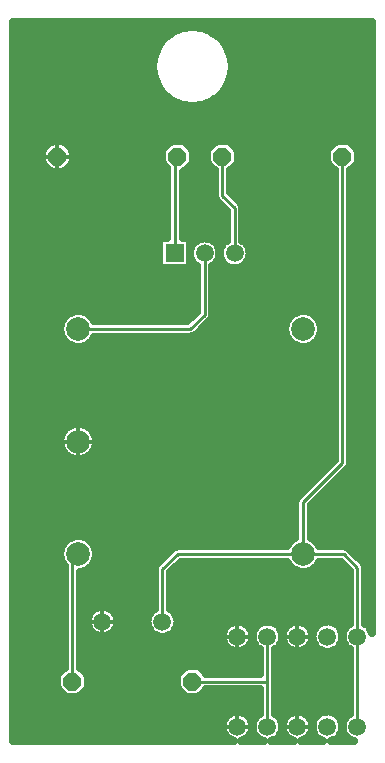
<source format=gtl>
G04 DipTrace 4.3.0.4*
G04 racal_dana_OCXO.GTL*
%MOIN*%
G04 #@! TF.FileFunction,Copper,L1,Top*
G04 #@! TF.Part,Single*
%AMOUTLINE0*
4,1,8,
0.01263,-0.030487,
-0.012628,-0.030487,
-0.030487,-0.01263,
-0.030487,0.012628,
-0.01263,0.030487,
0.012628,0.030487,
0.030487,0.01263,
0.030487,-0.012628,
0.01263,-0.030487,
0*%
G04 #@! TA.AperFunction,Conductor*
%ADD16C,0.01*%
G04 #@! TA.AperFunction,CopperBalancing*
%ADD17C,0.025*%
%ADD18C,0.013*%
G04 #@! TA.AperFunction,ComponentPad*
%ADD20C,0.059055*%
%ADD21C,0.07874*%
%ADD24R,0.059055X0.059055*%
%ADD37OUTLINE0*%
%FSLAX26Y26*%
G04*
G70*
G90*
G75*
G01*
G04 Top*
%LPD*%
X1084243Y2071097D2*
D16*
Y1866739D1*
X1036495Y1818991D1*
X662755D1*
X1184243Y2071097D2*
Y2223402D1*
X1144000Y2263646D1*
Y2393995D1*
X644000Y644000D2*
Y1050217D1*
X662773Y1068991D1*
X1294000Y794000D2*
Y644000D1*
Y494000D1*
X1044000Y644000D2*
X1294000D1*
X984243Y2071097D2*
X986303D1*
Y2386310D1*
X994000Y2394005D1*
X1412773Y1069009D2*
X994831D1*
X944000Y1018178D1*
Y844000D1*
X1594000Y794000D2*
Y494000D1*
X1412773Y1069009D2*
X1548596D1*
X1594000Y1023605D1*
Y794000D1*
X1544000Y2394005D2*
Y1373293D1*
X1412773Y1242066D1*
Y1069009D1*
X448009Y2817631D2*
D17*
X998209D1*
X1089798D2*
X1639997D1*
X448009Y2792762D2*
X955453D1*
X1132554D2*
X1639997D1*
X448009Y2767894D2*
X933331D1*
X1154659D2*
X1639997D1*
X448009Y2743025D2*
X920017D1*
X1167971D2*
X1639997D1*
X448009Y2718156D2*
X912751D1*
X1175256D2*
X1639997D1*
X448009Y2693287D2*
X910508D1*
X1177499D2*
X1639997D1*
X448009Y2668419D2*
X913020D1*
X1174969D2*
X1639997D1*
X448009Y2643550D2*
X920609D1*
X1167398D2*
X1639997D1*
X448009Y2618681D2*
X934318D1*
X1153672D2*
X1639997D1*
X448009Y2593812D2*
X957104D1*
X1130885D2*
X1639997D1*
X448009Y2568944D2*
X1002516D1*
X1085492D2*
X1639997D1*
X448009Y2544075D2*
X1639997D1*
X448009Y2519206D2*
X1639997D1*
X448009Y2494337D2*
X1639997D1*
X448009Y2469469D2*
X1639997D1*
X448009Y2444600D2*
X574256D1*
X613740D2*
X974202D1*
X1013795D2*
X1124252D1*
X1163738D2*
X1524218D1*
X1563791D2*
X1639997D1*
X448009Y2419731D2*
X545063D1*
X642932D2*
X945064D1*
X1042933D2*
X1095079D1*
X1192929D2*
X1495062D1*
X1592948D2*
X1639997D1*
X448009Y2394862D2*
X540381D1*
X647633D2*
X940364D1*
X1047634D2*
X1090378D1*
X1197630D2*
X1490379D1*
X1597631D2*
X1639997D1*
X448009Y2369993D2*
X543790D1*
X644206D2*
X943791D1*
X1044207D2*
X1093786D1*
X1194220D2*
X1493787D1*
X1594203D2*
X1639997D1*
X448009Y2345125D2*
X569483D1*
X618513D2*
X958163D1*
X1018496D2*
X1115856D1*
X1172134D2*
X1515857D1*
X1572135D2*
X1639997D1*
X448009Y2320256D2*
X958163D1*
X1014441D2*
X1115856D1*
X1172134D2*
X1515857D1*
X1572135D2*
X1639997D1*
X448009Y2295387D2*
X958163D1*
X1014441D2*
X1115856D1*
X1172134D2*
X1515857D1*
X1572135D2*
X1639997D1*
X448009Y2270518D2*
X958163D1*
X1014441D2*
X1115856D1*
X1175883D2*
X1515857D1*
X1572135D2*
X1639997D1*
X448009Y2245650D2*
X958163D1*
X1014441D2*
X1123230D1*
X1200752D2*
X1515857D1*
X1572135D2*
X1639997D1*
X448009Y2220781D2*
X958163D1*
X1014441D2*
X1148097D1*
X1212378D2*
X1515857D1*
X1572135D2*
X1639997D1*
X448009Y2195912D2*
X958163D1*
X1014441D2*
X1156100D1*
X1212378D2*
X1515857D1*
X1572135D2*
X1639997D1*
X448009Y2171043D2*
X958163D1*
X1014441D2*
X1156100D1*
X1212378D2*
X1515857D1*
X1572135D2*
X1639997D1*
X448009Y2146175D2*
X958163D1*
X1014441D2*
X1156100D1*
X1212378D2*
X1515857D1*
X1572135D2*
X1639997D1*
X448009Y2121306D2*
X958163D1*
X1014441D2*
X1156100D1*
X1212378D2*
X1515857D1*
X1572135D2*
X1639997D1*
X448009Y2096437D2*
X931572D1*
X1230033D2*
X1515857D1*
X1572135D2*
X1639997D1*
X448009Y2071568D2*
X931572D1*
X1236906D2*
X1515857D1*
X1572135D2*
X1639997D1*
X448009Y2046699D2*
X931572D1*
X1230571D2*
X1515857D1*
X1572135D2*
X1639997D1*
X448009Y2021831D2*
X931572D1*
X1036904D2*
X1056108D1*
X1112387D2*
X1172265D1*
X1196213D2*
X1515857D1*
X1572135D2*
X1639997D1*
X448009Y1996962D2*
X1056108D1*
X1112387D2*
X1515857D1*
X1572135D2*
X1639997D1*
X448009Y1972093D2*
X1056108D1*
X1112387D2*
X1515857D1*
X1572135D2*
X1639997D1*
X448009Y1947224D2*
X1056108D1*
X1112387D2*
X1515857D1*
X1572135D2*
X1639997D1*
X448009Y1922356D2*
X1056108D1*
X1112387D2*
X1515857D1*
X1572135D2*
X1639997D1*
X448009Y1897487D2*
X1056108D1*
X1112387D2*
X1515857D1*
X1572135D2*
X1639997D1*
X448009Y1872618D2*
X633320D1*
X692182D2*
X1051353D1*
X1112387D2*
X1383031D1*
X1442486D2*
X1515857D1*
X1572135D2*
X1639997D1*
X448009Y1847749D2*
X607592D1*
X717930D2*
X1026486D1*
X1104008D2*
X1357446D1*
X1468071D2*
X1515857D1*
X1572135D2*
X1639997D1*
X448009Y1822881D2*
X600361D1*
X1079140D2*
X1350251D1*
X1475248D2*
X1515857D1*
X1572135D2*
X1639997D1*
X448009Y1798012D2*
X604021D1*
X1053734D2*
X1353911D1*
X1471588D2*
X1515857D1*
X1572135D2*
X1639997D1*
X448009Y1773143D2*
X621533D1*
X703971D2*
X1371369D1*
X1454130D2*
X1515857D1*
X1572135D2*
X1639997D1*
X448009Y1748274D2*
X1515857D1*
X1572135D2*
X1639997D1*
X448009Y1723406D2*
X1515857D1*
X1572135D2*
X1639997D1*
X448009Y1698537D2*
X1515857D1*
X1572135D2*
X1639997D1*
X448009Y1673668D2*
X1515857D1*
X1572135D2*
X1639997D1*
X448009Y1648799D2*
X1515857D1*
X1572135D2*
X1639997D1*
X448009Y1623930D2*
X1515857D1*
X1572135D2*
X1639997D1*
X448009Y1599062D2*
X1515857D1*
X1572135D2*
X1639997D1*
X448009Y1574193D2*
X1515857D1*
X1572135D2*
X1639997D1*
X448009Y1549324D2*
X1515857D1*
X1572135D2*
X1639997D1*
X448009Y1524455D2*
X1515857D1*
X1572135D2*
X1639997D1*
X448009Y1499587D2*
X637681D1*
X687858D2*
X1515857D1*
X1572135D2*
X1639997D1*
X448009Y1474718D2*
X608722D1*
X716818D2*
X1515857D1*
X1572135D2*
X1639997D1*
X448009Y1449849D2*
X600541D1*
X724982D2*
X1515857D1*
X1572135D2*
X1639997D1*
X448009Y1424980D2*
X603340D1*
X722182D2*
X1515857D1*
X1572135D2*
X1639997D1*
X448009Y1400112D2*
X619325D1*
X706196D2*
X1515857D1*
X1572135D2*
X1639997D1*
X448009Y1375243D2*
X1507190D1*
X1572135D2*
X1639997D1*
X448009Y1350374D2*
X1482323D1*
X1559845D2*
X1639997D1*
X448009Y1325505D2*
X1457455D1*
X1534976D2*
X1639997D1*
X448009Y1300636D2*
X1432587D1*
X1510109D2*
X1639997D1*
X448009Y1275768D2*
X1407719D1*
X1485241D2*
X1639997D1*
X448009Y1250899D2*
X1386207D1*
X1460374D2*
X1639997D1*
X448009Y1226030D2*
X1384629D1*
X1440907D2*
X1639997D1*
X448009Y1201161D2*
X1384629D1*
X1440907D2*
X1639997D1*
X448009Y1176293D2*
X1384629D1*
X1440907D2*
X1639997D1*
X448009Y1151424D2*
X1384629D1*
X1440907D2*
X1639997D1*
X448009Y1126555D2*
X643315D1*
X682224D2*
X1384629D1*
X1440907D2*
X1639997D1*
X448009Y1101686D2*
X609961D1*
X715597D2*
X1359940D1*
X1465613D2*
X1639997D1*
X448009Y1076818D2*
X600774D1*
X724766D2*
X963886D1*
X1579545D2*
X1639997D1*
X448009Y1051949D2*
X602730D1*
X722810D2*
X939018D1*
X1604413D2*
X1639997D1*
X448009Y1027080D2*
X615864D1*
X708223D2*
X917451D1*
X991655D2*
X1367349D1*
X1458202D2*
X1551759D1*
X1621907D2*
X1639997D1*
X448009Y1002211D2*
X615864D1*
X672142D2*
X915854D1*
X972134D2*
X1565861D1*
X1622139D2*
X1639997D1*
X448009Y977343D2*
X615864D1*
X672142D2*
X915854D1*
X972134D2*
X1565861D1*
X1622139D2*
X1639997D1*
X448009Y952474D2*
X615864D1*
X672142D2*
X915854D1*
X972134D2*
X1565861D1*
X1622139D2*
X1639997D1*
X448009Y927605D2*
X615864D1*
X672142D2*
X915854D1*
X972134D2*
X1565861D1*
X1622139D2*
X1639997D1*
X448009Y902736D2*
X615864D1*
X672142D2*
X915854D1*
X972134D2*
X1565861D1*
X1622139D2*
X1639997D1*
X448009Y877867D2*
X615864D1*
X672142D2*
X704497D1*
X783508D2*
X904497D1*
X983509D2*
X1565861D1*
X1622139D2*
X1639997D1*
X448009Y852999D2*
X615864D1*
X672142D2*
X692152D1*
X795852D2*
X892154D1*
X995853D2*
X1565861D1*
X1622139D2*
X1639997D1*
X448009Y828130D2*
X615864D1*
X672142D2*
X693911D1*
X794094D2*
X893912D1*
X994094D2*
X1154736D1*
X1233262D2*
X1254727D1*
X1333272D2*
X1354736D1*
X1433264D2*
X1454566D1*
X1533434D2*
X1554738D1*
X448009Y803261D2*
X615864D1*
X672142D2*
X712230D1*
X775776D2*
X912231D1*
X975776D2*
X1142194D1*
X448009Y778392D2*
X615864D1*
X672142D2*
X1143827D1*
X448009Y753524D2*
X615864D1*
X672142D2*
X1161860D1*
X1226139D2*
X1261869D1*
X1326131D2*
X1361860D1*
X1426140D2*
X1461672D1*
X1526329D2*
X1561860D1*
X448009Y728655D2*
X615864D1*
X672142D2*
X1265852D1*
X1322148D2*
X1565861D1*
X448009Y703786D2*
X615864D1*
X672142D2*
X1265852D1*
X1322148D2*
X1565861D1*
X448009Y678917D2*
X604112D1*
X683894D2*
X1004112D1*
X1083895D2*
X1265852D1*
X1322148D2*
X1565861D1*
X448009Y654049D2*
X590367D1*
X697619D2*
X990369D1*
X1322148D2*
X1565861D1*
X448009Y629180D2*
X590493D1*
X697512D2*
X990493D1*
X1322148D2*
X1565861D1*
X448009Y604311D2*
X608883D1*
X679121D2*
X1008885D1*
X1079122D2*
X1265852D1*
X1322148D2*
X1565861D1*
X448009Y579442D2*
X1265852D1*
X1322148D2*
X1565861D1*
X448009Y554573D2*
X1265852D1*
X1322148D2*
X1565861D1*
X448009Y529705D2*
X1156261D1*
X1231738D2*
X1256252D1*
X1331747D2*
X1356261D1*
X1431738D2*
X1456092D1*
X1531908D2*
X1556262D1*
X448009Y504836D2*
X1142517D1*
X448009Y479967D2*
X1143343D1*
X448009Y455098D2*
X1159814D1*
X1228185D2*
X1259823D1*
X1328176D2*
X1359814D1*
X1428185D2*
X1459644D1*
X1528356D2*
X1559815D1*
X794075Y840940D2*
X793795Y837892D1*
X793329Y834869D1*
X792681Y831878D1*
X791852Y828933D1*
X790844Y826043D1*
X789663Y823222D1*
X788311Y820476D1*
X786794Y817819D1*
X785118Y815259D1*
X783290Y812804D1*
X781315Y810467D1*
X779201Y808255D1*
X776957Y806176D1*
X774589Y804238D1*
X772109Y802446D1*
X769522Y800810D1*
X766843Y799335D1*
X764077Y798025D1*
X761236Y796886D1*
X758332Y795923D1*
X755375Y795139D1*
X752375Y794535D1*
X749344Y794118D1*
X746293Y793885D1*
X743234Y793839D1*
X740177Y793978D1*
X737134Y794304D1*
X734117Y794815D1*
X731136Y795509D1*
X728205Y796383D1*
X725331Y797434D1*
X722528Y798660D1*
X719803Y800054D1*
X717169Y801610D1*
X714635Y803324D1*
X712210Y805190D1*
X709903Y807201D1*
X707723Y809348D1*
X705677Y811623D1*
X703776Y814021D1*
X702022Y816529D1*
X700425Y819139D1*
X698991Y821841D1*
X697724Y824627D1*
X696629Y827484D1*
X695710Y830403D1*
X694971Y833371D1*
X694415Y836381D1*
X694042Y839417D1*
X693856Y842472D1*
Y845531D1*
X694042Y848585D1*
X694415Y851623D1*
X694971Y854631D1*
X695711Y857601D1*
X696630Y860520D1*
X697726Y863377D1*
X698992Y866161D1*
X700428Y868865D1*
X702024Y871475D1*
X703777Y873983D1*
X705680Y876379D1*
X707724Y878655D1*
X709906Y880802D1*
X712213Y882812D1*
X714638Y884677D1*
X717172Y886392D1*
X719806Y887949D1*
X722530Y889341D1*
X725335Y890567D1*
X728209Y891618D1*
X731140Y892492D1*
X734121Y893185D1*
X737138Y893697D1*
X740180Y894022D1*
X743236Y894163D1*
X746297Y894115D1*
X749348Y893882D1*
X752378Y893463D1*
X755378Y892861D1*
X758336Y892076D1*
X761240Y891113D1*
X764080Y889974D1*
X766845Y888664D1*
X769526Y887189D1*
X772112Y885552D1*
X774592Y883761D1*
X776959Y881822D1*
X779203Y879743D1*
X781318Y877530D1*
X783293Y875192D1*
X785121Y872739D1*
X786797Y870178D1*
X788312Y867521D1*
X789664Y864776D1*
X790845Y861953D1*
X791853Y859064D1*
X792682Y856118D1*
X793331Y853129D1*
X793795Y850104D1*
X794075Y847056D1*
X794168Y844000D1*
X794075Y840940D1*
X1174672Y2684822D2*
X1173713Y2675728D1*
X1172122Y2666724D1*
X1169908Y2657853D1*
X1167080Y2649159D1*
X1163652Y2640682D1*
X1159640Y2632466D1*
X1155067Y2624549D1*
X1149951Y2616971D1*
X1144320Y2609768D1*
X1138199Y2602975D1*
X1131621Y2596625D1*
X1124615Y2590751D1*
X1117217Y2585378D1*
X1109461Y2580535D1*
X1101387Y2576245D1*
X1093033Y2572530D1*
X1084440Y2569406D1*
X1075650Y2566887D1*
X1066706Y2564990D1*
X1057651Y2563720D1*
X1048530Y2563085D1*
X1039387Y2563088D1*
X1030266Y2563728D1*
X1021213Y2565004D1*
X1012270Y2566908D1*
X1003482Y2569430D1*
X994891Y2572560D1*
X986539Y2576282D1*
X978467Y2580577D1*
X970715Y2585425D1*
X963320Y2590802D1*
X956318Y2596681D1*
X949743Y2603034D1*
X943627Y2609831D1*
X938000Y2617037D1*
X932890Y2624619D1*
X928320Y2632539D1*
X924315Y2640759D1*
X920892Y2649236D1*
X918070Y2657933D1*
X915861Y2666806D1*
X914276Y2675810D1*
X913323Y2684904D1*
X913007Y2694041D1*
X913328Y2703178D1*
X914287Y2712272D1*
X915878Y2721276D1*
X918092Y2730147D1*
X920920Y2738841D1*
X924348Y2747318D1*
X928360Y2755534D1*
X932933Y2763451D1*
X938049Y2771029D1*
X943680Y2778232D1*
X949801Y2785025D1*
X956379Y2791375D1*
X963385Y2797249D1*
X970783Y2802622D1*
X978539Y2807465D1*
X986613Y2811755D1*
X994967Y2815470D1*
X1003560Y2818594D1*
X1012350Y2821113D1*
X1021294Y2823010D1*
X1030349Y2824280D1*
X1039470Y2824915D1*
X1048613Y2824912D1*
X1057734Y2824272D1*
X1066787Y2822996D1*
X1075730Y2821092D1*
X1084518Y2818570D1*
X1093109Y2815440D1*
X1101461Y2811718D1*
X1109533Y2807423D1*
X1117285Y2802575D1*
X1124680Y2797198D1*
X1131682Y2791319D1*
X1138257Y2784966D1*
X1144373Y2778169D1*
X1150000Y2770963D1*
X1155110Y2763381D1*
X1159680Y2755461D1*
X1163685Y2747241D1*
X1167108Y2738764D1*
X1169930Y2730067D1*
X1172139Y2721194D1*
X1173724Y2712190D1*
X1174677Y2703096D1*
X1174993Y2694000D1*
X1174672Y2684822D1*
X1243990Y490020D2*
X1243795Y487892D1*
X1243329Y484869D1*
X1243028Y483367D1*
X1242681Y481877D1*
X1242289Y480396D1*
X1241850Y478929D1*
X1241369Y477476D1*
X1240843Y476038D1*
X1239660Y473217D1*
X1238308Y470471D1*
X1236791Y467814D1*
X1235115Y465253D1*
X1233286Y462801D1*
X1231311Y460463D1*
X1229197Y458252D1*
X1226953Y456172D1*
X1224585Y454234D1*
X1222104Y452444D1*
X1219518Y450807D1*
X1216837Y449332D1*
X1215463Y448656D1*
X1214071Y448022D1*
X1212657Y447430D1*
X1211228Y446883D1*
X1209782Y446379D1*
X1208322Y445920D1*
X1206827Y445500D1*
X1281172D1*
X1278916Y446154D1*
X1277175Y446738D1*
X1275455Y447386D1*
X1273761Y448096D1*
X1272094Y448867D1*
X1270457Y449699D1*
X1268850Y450592D1*
X1261302Y455951D1*
X1254867Y462608D1*
X1249765Y470333D1*
X1246169Y478865D1*
X1245648Y480626D1*
X1245190Y482406D1*
X1244799Y484199D1*
X1244472Y486008D1*
X1244214Y487827D1*
X1244003Y489924D1*
X1343909Y491190D2*
X1343329Y484865D1*
X1340811Y475957D1*
X1336698Y467661D1*
X1331131Y460265D1*
X1324301Y454016D1*
X1316437Y449130D1*
X1314780Y448337D1*
X1313093Y447608D1*
X1311382Y446940D1*
X1309647Y446335D1*
X1307892Y445794D1*
X1306798Y445500D1*
X1381112Y445516D1*
X1379638Y445932D1*
X1378177Y446392D1*
X1376732Y446898D1*
X1375303Y447446D1*
X1373891Y448038D1*
X1372499Y448673D1*
X1371125Y449350D1*
X1369773Y450070D1*
X1368444Y450829D1*
X1365860Y452467D1*
X1363381Y454260D1*
X1361014Y456201D1*
X1358772Y458282D1*
X1356659Y460496D1*
X1354686Y462835D1*
X1352860Y465290D1*
X1351186Y467852D1*
X1349672Y470510D1*
X1348322Y473256D1*
X1347142Y476080D1*
X1346136Y478970D1*
X1345701Y480437D1*
X1345308Y481917D1*
X1344963Y483408D1*
X1344663Y484909D1*
X1344408Y486420D1*
X1344199Y487936D1*
X1344003Y489932D1*
X1343909Y491190D1*
X1319647Y536867D2*
X1323552Y534539D1*
X1330499Y528419D1*
X1336202Y521126D1*
X1340467Y512909D1*
X1343151Y504049D1*
X1343486Y502243D1*
X1343755Y500425D1*
X1343996Y498058D1*
X1344211Y500155D1*
X1344423Y501671D1*
X1344680Y503180D1*
X1344982Y504681D1*
X1345331Y506172D1*
X1345724Y507651D1*
X1346164Y509117D1*
X1346647Y510570D1*
X1347745Y513427D1*
X1349016Y516210D1*
X1350454Y518911D1*
X1352054Y521520D1*
X1353810Y524025D1*
X1355714Y526420D1*
X1357762Y528693D1*
X1359945Y530839D1*
X1362253Y532845D1*
X1364681Y534709D1*
X1367217Y536420D1*
X1369853Y537974D1*
X1372579Y539365D1*
X1375385Y540587D1*
X1378259Y541634D1*
X1381193Y542505D1*
X1384173Y543196D1*
X1387190Y543703D1*
X1390234Y544026D1*
X1393290Y544163D1*
X1396350Y544113D1*
X1399400Y543877D1*
X1402430Y543454D1*
X1405430Y542848D1*
X1408387Y542060D1*
X1411290Y541094D1*
X1414129Y539953D1*
X1416894Y538640D1*
X1419572Y537161D1*
X1422156Y535522D1*
X1424635Y533728D1*
X1427000Y531786D1*
X1429241Y529705D1*
X1431353Y527490D1*
X1433325Y525151D1*
X1435151Y522696D1*
X1436824Y520133D1*
X1438337Y517474D1*
X1439686Y514727D1*
X1440865Y511903D1*
X1441869Y509013D1*
X1442304Y507545D1*
X1442696Y506064D1*
X1443041Y504573D1*
X1443341Y503072D1*
X1443594Y501562D1*
X1443802Y500045D1*
X1443941Y498741D1*
X1444136Y500483D1*
X1444407Y502301D1*
X1444743Y504106D1*
X1445144Y505899D1*
X1445612Y507676D1*
X1446144Y509434D1*
X1446740Y511172D1*
X1450699Y519564D1*
X1456134Y527085D1*
X1462858Y533479D1*
X1470643Y538529D1*
X1479223Y542063D1*
X1488306Y543959D1*
X1497583Y544156D1*
X1506739Y542643D1*
X1515459Y539474D1*
X1523450Y534757D1*
X1530437Y528651D1*
X1536184Y521366D1*
X1540495Y513148D1*
X1543222Y504280D1*
X1543564Y502474D1*
X1543841Y500659D1*
X1544058Y498749D1*
X1544276Y500652D1*
X1544552Y502469D1*
X1544895Y504273D1*
X1545304Y506064D1*
X1545778Y507839D1*
X1546318Y509596D1*
X1546921Y511331D1*
X1550907Y519686D1*
X1556361Y527168D1*
X1563096Y533518D1*
X1568366Y536907D1*
X1568360Y640619D1*
Y750882D1*
X1563835Y753915D1*
X1556983Y760139D1*
X1551391Y767518D1*
X1547251Y775798D1*
X1544702Y784698D1*
X1544395Y786509D1*
X1544154Y788331D1*
X1544062Y789290D1*
X1543446Y784865D1*
X1540927Y775934D1*
X1536807Y767619D1*
X1531231Y760202D1*
X1524387Y753937D1*
X1516508Y749035D1*
X1507862Y745665D1*
X1498745Y743941D1*
X1489466Y743921D1*
X1480341Y745608D1*
X1471681Y748941D1*
X1463782Y753810D1*
X1456912Y760046D1*
X1451304Y767440D1*
X1447151Y775736D1*
X1444592Y784656D1*
X1444283Y786467D1*
X1444042Y788289D1*
X1443946Y789290D1*
X1443795Y787892D1*
X1443329Y784869D1*
X1443028Y783367D1*
X1442681Y781877D1*
X1442289Y780396D1*
X1441850Y778929D1*
X1441369Y777476D1*
X1440843Y776038D1*
X1439660Y773217D1*
X1438308Y770471D1*
X1436791Y767814D1*
X1435115Y765253D1*
X1433286Y762801D1*
X1431311Y760463D1*
X1429197Y758252D1*
X1426953Y756172D1*
X1424585Y754234D1*
X1422104Y752444D1*
X1419518Y750807D1*
X1416837Y749332D1*
X1414072Y748022D1*
X1411231Y746885D1*
X1408327Y745921D1*
X1405370Y745138D1*
X1402370Y744535D1*
X1399339Y744117D1*
X1396287Y743885D1*
X1393228Y743839D1*
X1390171Y743979D1*
X1387129Y744304D1*
X1384112Y744816D1*
X1381133Y745510D1*
X1378199Y746386D1*
X1375327Y747437D1*
X1372522Y748661D1*
X1369798Y750055D1*
X1367164Y751613D1*
X1364630Y753328D1*
X1362205Y755194D1*
X1359899Y757205D1*
X1357719Y759352D1*
X1355675Y761629D1*
X1353772Y764025D1*
X1352020Y766533D1*
X1350423Y769143D1*
X1348988Y771846D1*
X1347722Y774631D1*
X1346627Y777490D1*
X1346146Y778942D1*
X1345709Y780409D1*
X1345316Y781890D1*
X1344969Y783381D1*
X1344668Y784882D1*
X1344412Y786391D1*
X1344203Y787908D1*
X1344003Y789929D1*
X1343329Y784865D1*
X1340811Y775957D1*
X1336698Y767661D1*
X1331131Y760265D1*
X1324301Y754016D1*
X1319639Y751119D1*
X1319640Y537118D1*
X1443930Y489371D2*
X1443795Y487892D1*
X1443329Y484869D1*
X1443028Y483367D1*
X1442681Y481877D1*
X1442289Y480396D1*
X1441850Y478929D1*
X1441369Y477476D1*
X1440843Y476038D1*
X1439660Y473217D1*
X1438308Y470471D1*
X1436791Y467814D1*
X1435115Y465253D1*
X1433286Y462801D1*
X1431311Y460463D1*
X1429197Y458252D1*
X1426953Y456172D1*
X1424585Y454234D1*
X1422104Y452444D1*
X1419518Y450807D1*
X1416837Y449332D1*
X1415463Y448656D1*
X1414071Y448022D1*
X1412657Y447430D1*
X1411228Y446883D1*
X1409782Y446379D1*
X1408322Y445920D1*
X1406827Y445500D1*
X1480724D1*
X1478987Y446010D1*
X1477244Y446591D1*
X1475522Y447235D1*
X1473827Y447941D1*
X1472157Y448709D1*
X1470518Y449537D1*
X1468909Y450424D1*
X1467335Y451370D1*
X1459955Y456995D1*
X1453735Y463881D1*
X1448886Y471793D1*
X1445573Y480461D1*
X1445112Y482239D1*
X1444714Y484033D1*
X1444383Y485839D1*
X1444118Y487657D1*
X1443944Y489264D1*
X1543957Y490441D2*
X1543446Y484865D1*
X1540927Y475934D1*
X1536807Y467619D1*
X1531231Y460202D1*
X1524387Y453937D1*
X1516508Y449035D1*
X1514850Y448243D1*
X1513165Y447512D1*
X1511454Y446843D1*
X1509719Y446238D1*
X1507965Y445694D1*
X1507241Y445500D1*
X1581164D1*
X1578916Y446154D1*
X1577175Y446738D1*
X1575455Y447386D1*
X1573761Y448096D1*
X1572094Y448867D1*
X1570457Y449699D1*
X1568850Y450592D1*
X1561302Y455951D1*
X1554867Y462608D1*
X1549765Y470333D1*
X1546169Y478865D1*
X1545648Y480626D1*
X1545190Y482406D1*
X1544799Y484199D1*
X1544472Y486008D1*
X1544214Y487827D1*
X1543957Y490441D1*
X722696Y1440929D2*
X722462Y1437873D1*
X722071Y1434833D1*
X721526Y1431816D1*
X720828Y1428832D1*
X719979Y1425887D1*
X718979Y1422990D1*
X717833Y1420146D1*
X716545Y1417365D1*
X715115Y1414654D1*
X713549Y1412020D1*
X711850Y1409469D1*
X710024Y1407007D1*
X708073Y1404642D1*
X706005Y1402379D1*
X703824Y1400226D1*
X701535Y1398186D1*
X699147Y1396266D1*
X696663Y1394471D1*
X694089Y1392804D1*
X691434Y1391272D1*
X688706Y1389877D1*
X685909Y1388623D1*
X683051Y1387513D1*
X680142Y1386551D1*
X677186Y1385739D1*
X674193Y1385079D1*
X671169Y1384571D1*
X668125Y1384219D1*
X665066Y1384024D1*
X662001Y1383984D1*
X658938Y1384102D1*
X655885Y1384375D1*
X652850Y1384804D1*
X649841Y1385388D1*
X646865Y1386125D1*
X643932Y1387012D1*
X641047Y1388047D1*
X638219Y1389230D1*
X635454Y1390554D1*
X632761Y1392018D1*
X630147Y1393618D1*
X627618Y1395349D1*
X625180Y1397207D1*
X622840Y1399188D1*
X620604Y1401283D1*
X618479Y1403492D1*
X616469Y1405807D1*
X614579Y1408220D1*
X612816Y1410727D1*
X611182Y1413322D1*
X609684Y1415995D1*
X608324Y1418741D1*
X607105Y1421554D1*
X606033Y1424425D1*
X605108Y1427348D1*
X604333Y1430314D1*
X603711Y1433315D1*
X603243Y1436344D1*
X602930Y1439394D1*
X602773Y1442454D1*
Y1445520D1*
X602929Y1448580D1*
X603241Y1451630D1*
X603710Y1454659D1*
X604331Y1457660D1*
X605105Y1460626D1*
X606030Y1463549D1*
X607102Y1466420D1*
X608320Y1469232D1*
X609681Y1471980D1*
X611178Y1474654D1*
X612812Y1477248D1*
X614575Y1479755D1*
X616465Y1482169D1*
X618474Y1484483D1*
X620600Y1486692D1*
X622835Y1488789D1*
X625175Y1490769D1*
X627612Y1492627D1*
X630142Y1494360D1*
X632756Y1495959D1*
X635449Y1497424D1*
X638213Y1498748D1*
X641041Y1499930D1*
X643925Y1500967D1*
X646860Y1501854D1*
X649835Y1502592D1*
X652844Y1503175D1*
X655878Y1503605D1*
X658932Y1503878D1*
X661995Y1503996D1*
X665059Y1503957D1*
X668118Y1503761D1*
X671163Y1503409D1*
X674186Y1502904D1*
X677180Y1502244D1*
X680135Y1501432D1*
X683045Y1500470D1*
X685903Y1499361D1*
X688699Y1498106D1*
X691429Y1496711D1*
X694084Y1495180D1*
X696656Y1493513D1*
X699140Y1491718D1*
X701530Y1489798D1*
X703819Y1487760D1*
X706000Y1485606D1*
X708068Y1483344D1*
X710020Y1480979D1*
X711846Y1478518D1*
X713545Y1475967D1*
X715112Y1473332D1*
X716542Y1470621D1*
X717831Y1467840D1*
X718978Y1464997D1*
X719976Y1462100D1*
X720827Y1459155D1*
X721525Y1456171D1*
X722071Y1453154D1*
X722461Y1450114D1*
X722696Y1447058D1*
X722774Y1443991D1*
X722696Y1440929D1*
X1472180Y1809858D2*
X1470087Y1800895D1*
X1466650Y1792356D1*
X1461949Y1784441D1*
X1456096Y1777336D1*
X1449226Y1771209D1*
X1441503Y1766202D1*
X1433104Y1762432D1*
X1424228Y1759988D1*
X1415085Y1758929D1*
X1405886Y1759277D1*
X1396849Y1761025D1*
X1388184Y1764133D1*
X1380094Y1768526D1*
X1372772Y1774104D1*
X1366386Y1780734D1*
X1361087Y1788260D1*
X1356997Y1796508D1*
X1354217Y1805282D1*
X1352807Y1814379D1*
X1352803Y1823584D1*
X1354203Y1832682D1*
X1356976Y1841459D1*
X1361058Y1849711D1*
X1366350Y1857243D1*
X1372730Y1863878D1*
X1380049Y1869462D1*
X1388133Y1873864D1*
X1396795Y1876979D1*
X1405831Y1878735D1*
X1415029Y1879092D1*
X1424175Y1878041D1*
X1433051Y1875606D1*
X1441453Y1871844D1*
X1449182Y1866844D1*
X1456056Y1860723D1*
X1461917Y1853623D1*
X1466625Y1845714D1*
X1470070Y1837177D1*
X1472171Y1828215D1*
X1472881Y1819009D1*
X1472180Y1809858D1*
X1566161Y1360399D2*
X1568757Y1366618D1*
X1569640Y1373293D1*
Y2347492D1*
X1571236Y2348936D1*
X1589052Y2366753D1*
X1591672Y2369945D1*
X1594245Y2375407D1*
X1595127Y2381379D1*
Y2406636D1*
X1594690Y2410860D1*
X1592600Y2416530D1*
X1589070Y2421243D1*
X1571222Y2439088D1*
X1567927Y2441766D1*
X1562440Y2444298D1*
X1556612Y2445134D1*
X1531370Y2445133D1*
X1527147Y2444696D1*
X1521476Y2442606D1*
X1516764Y2439076D1*
X1498917Y2421228D1*
X1496240Y2417933D1*
X1493709Y2412446D1*
X1492873Y2406617D1*
Y2381375D1*
X1493310Y2377152D1*
X1495400Y2371482D1*
X1498930Y2366769D1*
X1516781Y2348920D1*
X1518360Y2347503D1*
X1518362Y1383916D1*
X1394663Y1260215D1*
X1390608Y1254954D1*
X1388017Y1248740D1*
X1387133Y1242066D1*
X1387136Y1123177D1*
X1380146Y1119375D1*
X1372840Y1113803D1*
X1366470Y1107182D1*
X1361185Y1099667D1*
X1358706Y1094657D1*
X1325440Y1094650D1*
X994858D1*
X988270Y1093797D1*
X982045Y1091235D1*
X976701Y1087140D1*
X925888Y1036328D1*
X921835Y1031067D1*
X919243Y1024853D1*
X918360Y1018063D1*
X918361Y886881D1*
X913699Y883984D1*
X906869Y877735D1*
X901302Y870339D1*
X897189Y862043D1*
X894671Y853135D1*
X893832Y843915D1*
X894702Y834698D1*
X897251Y825798D1*
X901391Y817518D1*
X906983Y810139D1*
X913835Y803915D1*
X921714Y799054D1*
X930352Y795724D1*
X939455Y794038D1*
X948713Y794054D1*
X957811Y795770D1*
X966437Y799130D1*
X974301Y804016D1*
X981131Y810265D1*
X986698Y817661D1*
X990811Y825957D1*
X993329Y834865D1*
X994168Y844085D1*
X993298Y853302D1*
X990749Y862202D1*
X986609Y870482D1*
X981017Y877861D1*
X974165Y884085D1*
X969633Y886882D1*
X969640Y917606D1*
X969644Y1007562D1*
X1005454Y1043369D1*
X1358698Y1043375D1*
X1361196Y1038335D1*
X1366483Y1030820D1*
X1372854Y1024202D1*
X1380163Y1018634D1*
X1388235Y1014245D1*
X1396882Y1011142D1*
X1405902Y1009394D1*
X1415083Y1009043D1*
X1424209Y1010098D1*
X1433067Y1012534D1*
X1441450Y1016294D1*
X1449161Y1021290D1*
X1456020Y1027404D1*
X1461864Y1034492D1*
X1466558Y1042391D1*
X1467037Y1043369D1*
X1537975D1*
X1568360Y1012978D1*
X1568358Y836885D1*
X1563497Y833829D1*
X1556698Y827547D1*
X1551169Y820122D1*
X1547098Y811807D1*
X1546478Y810077D1*
X1545921Y808327D1*
X1545429Y806556D1*
X1545001Y804770D1*
X1544640Y802969D1*
X1544345Y801155D1*
X1544062Y798715D1*
X1543921Y800028D1*
X1543668Y801846D1*
X1543348Y803656D1*
X1540734Y812559D1*
X1536528Y820831D1*
X1530873Y828188D1*
X1523963Y834381D1*
X1516033Y839199D1*
X1507353Y842478D1*
X1498218Y844106D1*
X1488938Y844028D1*
X1479832Y842247D1*
X1471209Y838822D1*
X1463360Y833870D1*
X1456556Y827562D1*
X1451026Y820109D1*
X1446961Y811769D1*
X1446343Y810038D1*
X1445789Y808286D1*
X1445299Y806516D1*
X1444874Y804728D1*
X1444516Y802927D1*
X1444222Y801113D1*
X1443946Y798717D1*
X1443799Y800072D1*
X1443591Y801588D1*
X1443336Y803098D1*
X1443035Y804600D1*
X1442689Y806091D1*
X1442298Y807571D1*
X1441861Y809038D1*
X1441379Y810492D1*
X1440286Y813349D1*
X1439021Y816135D1*
X1437588Y818839D1*
X1435992Y821450D1*
X1434240Y823959D1*
X1432339Y826356D1*
X1430295Y828634D1*
X1428117Y830782D1*
X1425811Y832793D1*
X1423386Y834660D1*
X1420853Y836377D1*
X1418219Y837934D1*
X1415496Y839329D1*
X1412693Y840555D1*
X1409820Y841609D1*
X1406888Y842484D1*
X1403908Y843180D1*
X1400891Y843693D1*
X1397849Y844020D1*
X1394793Y844161D1*
X1391734Y844117D1*
X1388682Y843886D1*
X1385651Y843469D1*
X1382651Y842867D1*
X1379693Y842084D1*
X1376787Y841123D1*
X1373948Y839986D1*
X1371181Y838677D1*
X1368500Y837203D1*
X1365913Y835568D1*
X1363432Y833780D1*
X1361063Y831841D1*
X1358818Y829762D1*
X1356702Y827551D1*
X1354726Y825215D1*
X1352896Y822762D1*
X1351219Y820203D1*
X1349701Y817547D1*
X1348348Y814802D1*
X1347165Y811980D1*
X1346638Y810543D1*
X1346155Y809091D1*
X1345718Y807623D1*
X1345324Y806143D1*
X1344976Y804652D1*
X1344675Y803152D1*
X1344417Y801642D1*
X1344207Y800126D1*
X1344000Y798098D1*
X1343818Y799921D1*
X1343567Y801741D1*
X1343251Y803551D1*
X1340656Y812438D1*
X1336474Y820697D1*
X1330845Y828047D1*
X1323962Y834238D1*
X1316058Y839058D1*
X1307403Y842344D1*
X1298291Y843984D1*
X1289034Y843921D1*
X1279945Y842159D1*
X1271336Y838756D1*
X1263497Y833829D1*
X1256698Y827547D1*
X1251169Y820122D1*
X1247098Y811807D1*
X1246478Y810077D1*
X1245921Y808327D1*
X1245429Y806556D1*
X1245001Y804770D1*
X1244640Y802969D1*
X1244345Y801155D1*
X1244117Y799332D1*
X1243997Y798068D1*
X1243797Y800093D1*
X1243588Y801610D1*
X1243332Y803119D1*
X1243031Y804621D1*
X1242684Y806112D1*
X1242291Y807592D1*
X1241854Y809059D1*
X1240848Y811948D1*
X1239667Y814770D1*
X1238315Y817516D1*
X1236799Y820175D1*
X1235123Y822735D1*
X1233295Y825188D1*
X1231322Y827526D1*
X1229207Y829739D1*
X1226963Y831819D1*
X1224597Y833757D1*
X1222115Y835549D1*
X1219530Y837186D1*
X1216850Y838661D1*
X1214085Y839972D1*
X1211245Y841110D1*
X1208341Y842075D1*
X1205383Y842860D1*
X1202383Y843462D1*
X1199353Y843882D1*
X1196302Y844115D1*
X1193241Y844163D1*
X1190185Y844022D1*
X1187143Y843697D1*
X1184126Y843186D1*
X1181146Y842493D1*
X1178214Y841619D1*
X1175340Y840568D1*
X1172535Y839344D1*
X1169811Y837951D1*
X1167176Y836395D1*
X1164642Y834681D1*
X1162217Y832815D1*
X1159909Y830806D1*
X1157728Y828659D1*
X1155684Y826383D1*
X1153781Y823987D1*
X1152028Y821479D1*
X1150430Y818869D1*
X1148995Y816167D1*
X1147727Y813382D1*
X1146631Y810525D1*
X1145713Y807606D1*
X1144972Y804636D1*
X1144416Y801629D1*
X1144042Y798591D1*
X1143856Y795537D1*
Y792478D1*
X1144041Y789423D1*
X1144413Y786386D1*
X1144970Y783377D1*
X1145709Y780408D1*
X1146627Y777490D1*
X1147722Y774631D1*
X1148988Y771846D1*
X1150423Y769143D1*
X1152020Y766533D1*
X1153772Y764025D1*
X1155675Y761629D1*
X1157719Y759352D1*
X1159899Y757205D1*
X1162205Y755194D1*
X1164630Y753328D1*
X1167164Y751613D1*
X1169798Y750055D1*
X1172522Y748661D1*
X1175327Y747437D1*
X1178199Y746386D1*
X1181133Y745510D1*
X1184112Y744816D1*
X1187129Y744304D1*
X1190171Y743979D1*
X1193228Y743839D1*
X1196287Y743885D1*
X1199339Y744117D1*
X1202370Y744535D1*
X1205370Y745138D1*
X1208327Y745921D1*
X1211231Y746885D1*
X1214072Y748022D1*
X1216837Y749332D1*
X1219518Y750807D1*
X1222104Y752444D1*
X1224585Y754234D1*
X1226953Y756172D1*
X1229197Y758252D1*
X1231311Y760463D1*
X1233286Y762801D1*
X1235115Y765253D1*
X1236791Y767814D1*
X1238308Y770471D1*
X1239660Y773217D1*
X1240843Y776038D1*
X1241369Y777476D1*
X1241850Y778929D1*
X1242289Y780396D1*
X1242681Y781877D1*
X1243028Y783367D1*
X1243329Y784869D1*
X1243795Y787892D1*
X1244001Y789923D1*
X1244154Y788331D1*
X1244395Y786509D1*
X1244702Y784698D1*
X1247251Y775798D1*
X1251391Y767518D1*
X1256983Y760139D1*
X1263835Y753915D1*
X1268367Y751118D1*
X1268360Y708493D1*
X1268369Y669640D1*
X1090508D1*
X1089071Y671235D1*
X1071223Y689081D1*
X1067928Y691760D1*
X1062441Y694291D1*
X1056613Y695127D1*
X1031371D1*
X1027148Y694690D1*
X1021478Y692601D1*
X1016765Y689071D1*
X998919Y671223D1*
X996240Y667928D1*
X993709Y662441D1*
X992873Y656613D1*
Y631371D1*
X993310Y627148D1*
X995399Y621478D1*
X998929Y616765D1*
X1016777Y598919D1*
X1020072Y596240D1*
X1025559Y593709D1*
X1031387Y592873D1*
X1056629D1*
X1060852Y593310D1*
X1066522Y595399D1*
X1071235Y598929D1*
X1084617Y612312D1*
X1090516Y618360D1*
X1268360Y618357D1*
X1268366Y536907D1*
X1263096Y533518D1*
X1256361Y527168D1*
X1250907Y519686D1*
X1246921Y511331D1*
X1246318Y509596D1*
X1245778Y507839D1*
X1245304Y506064D1*
X1244895Y504273D1*
X1244552Y502469D1*
X1244276Y500652D1*
X1243997Y498071D1*
X1243801Y500063D1*
X1243592Y501580D1*
X1243337Y503089D1*
X1243037Y504591D1*
X1242692Y506083D1*
X1242301Y507562D1*
X1241864Y509030D1*
X1241383Y510483D1*
X1240290Y513341D1*
X1239025Y516127D1*
X1237592Y518831D1*
X1235997Y521442D1*
X1234245Y523951D1*
X1232345Y526349D1*
X1230302Y528627D1*
X1228123Y530776D1*
X1225818Y532787D1*
X1223394Y534655D1*
X1220861Y536371D1*
X1218227Y537930D1*
X1215504Y539325D1*
X1212701Y540552D1*
X1209828Y541605D1*
X1206896Y542482D1*
X1203917Y543178D1*
X1200900Y543692D1*
X1197858Y544020D1*
X1194802Y544161D1*
X1191741Y544117D1*
X1188692Y543886D1*
X1185660Y543470D1*
X1182659Y542869D1*
X1179701Y542087D1*
X1176797Y541126D1*
X1173955Y539990D1*
X1171189Y538682D1*
X1168507Y537209D1*
X1165920Y535573D1*
X1163438Y533785D1*
X1161070Y531848D1*
X1158824Y529769D1*
X1156709Y527558D1*
X1154732Y525222D1*
X1152902Y522770D1*
X1151224Y520211D1*
X1149706Y517555D1*
X1148352Y514811D1*
X1147168Y511990D1*
X1146159Y509101D1*
X1145327Y506156D1*
X1144677Y503165D1*
X1144210Y500142D1*
X1143928Y497094D1*
X1143832Y494037D1*
X1143923Y490978D1*
X1144201Y487930D1*
X1144663Y484906D1*
X1145310Y481915D1*
X1146136Y478970D1*
X1147142Y476080D1*
X1148322Y473256D1*
X1149672Y470510D1*
X1151186Y467852D1*
X1152860Y465290D1*
X1154686Y462835D1*
X1156659Y460496D1*
X1158772Y458282D1*
X1161014Y456201D1*
X1163381Y454260D1*
X1165860Y452467D1*
X1168444Y450829D1*
X1169773Y450070D1*
X1171125Y449350D1*
X1172499Y448673D1*
X1173891Y448038D1*
X1175303Y447446D1*
X1176732Y446898D1*
X1178177Y446392D1*
X1179638Y445932D1*
X1181163Y445500D1*
X445500Y445505D1*
X445492Y2842500D1*
X1642500Y2842495D1*
Y806806D1*
X1641881Y808974D1*
X1641301Y810718D1*
X1640656Y812438D1*
X1636474Y820697D1*
X1630845Y828047D1*
X1623962Y834238D1*
X1619647Y836870D1*
X1619640Y876979D1*
Y1023605D1*
X1618875Y1029823D1*
X1616399Y1036083D1*
X1612374Y1041488D1*
X1566726Y1087140D1*
X1561789Y1090996D1*
X1555610Y1093672D1*
X1548942Y1094647D1*
X1466948Y1094656D1*
X1466549Y1095647D1*
X1461852Y1103543D1*
X1456005Y1110630D1*
X1449146Y1116741D1*
X1441433Y1121735D1*
X1438412Y1123088D1*
X1438411Y1231444D1*
X1562072Y1355105D1*
X1566161Y1360399D1*
X639703Y2367420D2*
X641600Y2369824D1*
X643117Y2372480D1*
X644226Y2375332D1*
X644902Y2378316D1*
X645127Y2381367D1*
X645119Y2407164D1*
X644814Y2410207D1*
X644060Y2413172D1*
X642878Y2415993D1*
X641290Y2418609D1*
X639332Y2420963D1*
X620836Y2439453D1*
X618467Y2441388D1*
X615837Y2442953D1*
X613007Y2444112D1*
X610034Y2444839D1*
X606986Y2445118D1*
X580831Y2445114D1*
X577787Y2444807D1*
X574822Y2444055D1*
X572000Y2442871D1*
X569385Y2441285D1*
X567030Y2439325D1*
X548541Y2420831D1*
X546605Y2418461D1*
X545041Y2415832D1*
X543883Y2413000D1*
X543155Y2410029D1*
X542875Y2406979D1*
X542881Y2380825D1*
X543186Y2377781D1*
X543940Y2374816D1*
X545122Y2371995D1*
X546710Y2369379D1*
X548668Y2367025D1*
X567164Y2348535D1*
X569533Y2346600D1*
X572163Y2345035D1*
X574993Y2343877D1*
X577966Y2343150D1*
X581014Y2342870D1*
X607169Y2342874D1*
X610213Y2343181D1*
X613178Y2343933D1*
X616000Y2345117D1*
X618615Y2346703D1*
X620970Y2348663D1*
X639050Y2366739D1*
X639703Y2367420D1*
X625559Y593709D2*
X620072Y596240D1*
X616777Y598919D1*
X598929Y616765D1*
X595396Y621483D1*
X593310Y627148D1*
X592873Y631371D1*
Y656613D1*
X593710Y662448D1*
X596240Y667928D1*
X598919Y671223D1*
X616765Y689071D1*
X618360Y690507D1*
X618356Y1028856D1*
X616483Y1030802D1*
X611196Y1038315D1*
X607118Y1046549D1*
X604344Y1055307D1*
X602940Y1064386D1*
X602938Y1073573D1*
X604340Y1082654D1*
X607110Y1091413D1*
X611185Y1099648D1*
X616470Y1107164D1*
X622840Y1113785D1*
X630146Y1119356D1*
X638215Y1123745D1*
X646862Y1126853D1*
X655881Y1128604D1*
X665062Y1128957D1*
X674189Y1127906D1*
X683049Y1125472D1*
X691433Y1121715D1*
X699146Y1116722D1*
X706005Y1110610D1*
X711852Y1103524D1*
X716549Y1095627D1*
X719984Y1087106D1*
X722079Y1078161D1*
X722783Y1068991D1*
X722083Y1059840D1*
X719991Y1050894D1*
X716558Y1042371D1*
X711864Y1034474D1*
X706020Y1027385D1*
X699161Y1021270D1*
X691450Y1016276D1*
X683068Y1012516D1*
X674209Y1010080D1*
X669636Y1009551D1*
X669640Y690513D1*
X671223Y689081D1*
X689071Y671235D1*
X692604Y666517D1*
X694690Y660852D1*
X695127Y656629D1*
Y631371D1*
X694244Y625399D1*
X691667Y619933D1*
X689051Y616745D1*
X671235Y598929D1*
X666517Y595396D1*
X660852Y593310D1*
X656629Y592873D1*
X631387D1*
X625559Y593709D1*
X1106406Y1853845D2*
X1109000Y1860064D1*
X1109883Y1866739D1*
Y2028217D1*
X1114543Y2031113D1*
X1121375Y2037362D1*
X1126941Y2044759D1*
X1131054Y2053052D1*
X1133572Y2061962D1*
X1134154Y2068286D1*
X1134396Y2065428D1*
X1134638Y2063606D1*
X1134945Y2061795D1*
X1137493Y2052895D1*
X1141634Y2044615D1*
X1147226Y2037236D1*
X1154077Y2031010D1*
X1161958Y2026151D1*
X1170596Y2022822D1*
X1179698Y2021135D1*
X1188957Y2021151D1*
X1198054Y2022867D1*
X1206681Y2026226D1*
X1214543Y2031113D1*
X1221375Y2037362D1*
X1226941Y2044759D1*
X1231054Y2053052D1*
X1233572Y2061962D1*
X1234411Y2071097D1*
X1234409Y2071436D1*
X1233493Y2080648D1*
X1230900Y2089535D1*
X1226718Y2097794D1*
X1221089Y2105144D1*
X1214205Y2111335D1*
X1209891Y2113966D1*
X1209883Y2178196D1*
Y2223377D1*
X1209030Y2229962D1*
X1206469Y2236188D1*
X1202374Y2241533D1*
X1169640Y2274259D1*
Y2347480D1*
X1171236Y2348924D1*
X1189052Y2366741D1*
X1191672Y2369933D1*
X1194245Y2375395D1*
X1195127Y2381367D1*
Y2406625D1*
X1194690Y2410848D1*
X1192600Y2416517D1*
X1189070Y2421231D1*
X1171222Y2439076D1*
X1167927Y2441755D1*
X1162440Y2444286D1*
X1156612Y2445122D1*
X1131370Y2445121D1*
X1127147Y2444684D1*
X1121476Y2442594D1*
X1116764Y2439064D1*
X1098917Y2421217D1*
X1096240Y2417921D1*
X1093709Y2412434D1*
X1092873Y2406605D1*
Y2381364D1*
X1093310Y2377140D1*
X1095400Y2371471D1*
X1098930Y2366757D1*
X1116781Y2348909D1*
X1118360Y2347478D1*
Y2263646D1*
X1119125Y2257428D1*
X1121601Y2251167D1*
X1125626Y2245762D1*
X1158602Y2212787D1*
X1158601Y2113982D1*
X1153741Y2110927D1*
X1146941Y2104644D1*
X1141412Y2097218D1*
X1137343Y2088903D1*
X1136722Y2087175D1*
X1136164Y2085424D1*
X1135672Y2083654D1*
X1135245Y2081866D1*
X1134883Y2080066D1*
X1134588Y2078252D1*
X1134360Y2076429D1*
X1134241Y2075178D1*
X1134041Y2077186D1*
X1133783Y2079005D1*
X1133461Y2080814D1*
X1133072Y2082609D1*
X1132618Y2084390D1*
X1129352Y2093052D1*
X1124550Y2100967D1*
X1118374Y2107865D1*
X1111038Y2113510D1*
X1102787Y2117711D1*
X1093907Y2120325D1*
X1084697Y2121262D1*
X1075471Y2120492D1*
X1066543Y2118039D1*
X1058219Y2113987D1*
X1050782Y2108475D1*
X1044483Y2101690D1*
X1039538Y2093864D1*
X1038735Y2092211D1*
X1037992Y2090530D1*
X1037312Y2088824D1*
X1036694Y2087094D1*
X1036140Y2085343D1*
X1035651Y2083571D1*
X1035227Y2081783D1*
X1034869Y2079982D1*
X1034576Y2078168D1*
X1034411Y2076885D1*
Y2121265D1*
X1011944D1*
Y2343567D1*
X1016524Y2345406D1*
X1021236Y2348936D1*
X1039052Y2366753D1*
X1041672Y2369945D1*
X1044245Y2375407D1*
X1045127Y2381379D1*
Y2406636D1*
X1044690Y2410860D1*
X1042600Y2416530D1*
X1039070Y2421243D1*
X1021222Y2439088D1*
X1017927Y2441766D1*
X1012440Y2444298D1*
X1006612Y2445134D1*
X981370Y2445133D1*
X977147Y2444696D1*
X971476Y2442606D1*
X966764Y2439076D1*
X948917Y2421228D1*
X946240Y2417933D1*
X943709Y2412446D1*
X942873Y2406617D1*
Y2381375D1*
X943310Y2377152D1*
X945400Y2371482D1*
X948930Y2366769D1*
X960663Y2355034D1*
X960656Y2121265D1*
X934075D1*
Y2020929D1*
X1034411D1*
Y2065306D1*
X1034651Y2063522D1*
X1034961Y2061713D1*
X1035337Y2059913D1*
X1035780Y2058131D1*
X1036287Y2056365D1*
X1036858Y2054619D1*
X1037493Y2052895D1*
X1041634Y2044615D1*
X1047226Y2037236D1*
X1054077Y2031010D1*
X1058602Y2027970D1*
X1058608Y1877364D1*
X1025874Y1844631D1*
X716928Y1844636D1*
X716529Y1845627D1*
X711832Y1853524D1*
X705986Y1860610D1*
X699126Y1866722D1*
X691413Y1871715D1*
X683029Y1875472D1*
X674169Y1877906D1*
X665042Y1878957D1*
X655862Y1878604D1*
X646843Y1876853D1*
X638197Y1873745D1*
X630126Y1869356D1*
X622820Y1863785D1*
X616450Y1857164D1*
X611165Y1849648D1*
X607091Y1841413D1*
X604320Y1832654D1*
X602919Y1823573D1*
X602921Y1814386D1*
X604324Y1805307D1*
X607098Y1796549D1*
X611176Y1788315D1*
X616463Y1780802D1*
X622836Y1774182D1*
X630143Y1768614D1*
X638215Y1764227D1*
X646862Y1761122D1*
X655882Y1759374D1*
X665063Y1759024D1*
X674189Y1760080D1*
X683049Y1762516D1*
X691432Y1766276D1*
X699142Y1771270D1*
X706000Y1777385D1*
X711844Y1784474D1*
X716538Y1792371D1*
X716930Y1793345D1*
X944919Y1793350D1*
X1036495D1*
X1042713Y1794115D1*
X1048974Y1796591D1*
X1054378Y1800617D1*
X1102310Y1848545D1*
X1106406Y1853845D1*
X744000Y894133D2*
D18*
Y793867D1*
X693867Y844000D2*
X794133D1*
X1143867Y494000D2*
X1244133D1*
X1194000D2*
Y544133D1*
X1343867Y494000D2*
X1444133D1*
X1394000D2*
Y544133D1*
X1343867Y794000D2*
X1444133D1*
X1394000Y743867D2*
Y844133D1*
X1143867Y794000D2*
X1244133D1*
X1194000Y743867D2*
Y844133D1*
X722739Y1443992D2*
X602789Y1443988D1*
X662762Y1503965D2*
X662765Y1384016D1*
X593999Y2445129D2*
X594001Y2342860D1*
X542865Y2393992D2*
X645135Y2393996D1*
D20*
X744000Y844000D3*
X944000D3*
X1194000Y494000D3*
X1294000D3*
X1394000D3*
X1494000D3*
X1594000D3*
Y794000D3*
X1494000D3*
X1394000D3*
X1294000D3*
X1194000D3*
D21*
X662754Y1818990D3*
X662764Y1443990D3*
X662774Y1068990D3*
X1412754Y1819010D3*
X1412774Y1069010D3*
D37*
X1144000Y2393994D3*
X1544000Y2394006D3*
D24*
X984243Y2071097D3*
D20*
X1084243D3*
X1184243D3*
D37*
X594000Y2393994D3*
X994000Y2394006D3*
X644000Y644000D3*
X1044000D3*
M02*

</source>
